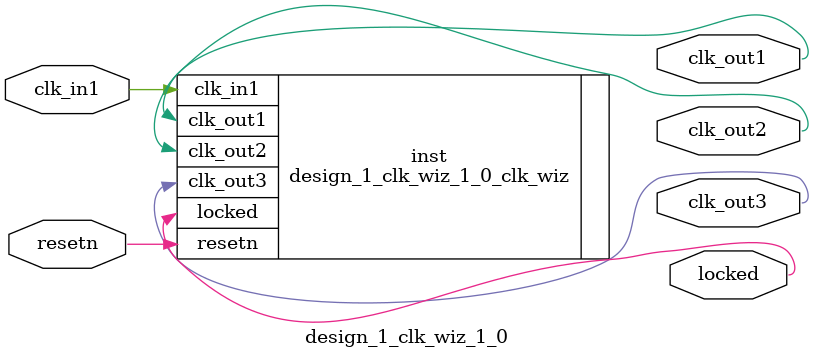
<source format=v>


`timescale 1ps/1ps

(* CORE_GENERATION_INFO = "design_1_clk_wiz_1_0,clk_wiz_v6_0_2_0_0,{component_name=design_1_clk_wiz_1_0,use_phase_alignment=true,use_min_o_jitter=false,use_max_i_jitter=false,use_dyn_phase_shift=false,use_inclk_switchover=false,use_dyn_reconfig=false,enable_axi=0,feedback_source=FDBK_AUTO,PRIMITIVE=MMCM,num_out_clk=3,clkin1_period=10.000,clkin2_period=10.000,use_power_down=false,use_reset=true,use_locked=true,use_inclk_stopped=false,feedback_type=SINGLE,CLOCK_MGR_TYPE=NA,manual_override=false}" *)

module design_1_clk_wiz_1_0 
 (
  // Clock out ports
  output        clk_out1,
  output        clk_out2,
  output        clk_out3,
  // Status and control signals
  input         resetn,
  output        locked,
 // Clock in ports
  input         clk_in1
 );

  design_1_clk_wiz_1_0_clk_wiz inst
  (
  // Clock out ports  
  .clk_out1(clk_out1),
  .clk_out2(clk_out2),
  .clk_out3(clk_out3),
  // Status and control signals               
  .resetn(resetn), 
  .locked(locked),
 // Clock in ports
  .clk_in1(clk_in1)
  );

endmodule

</source>
